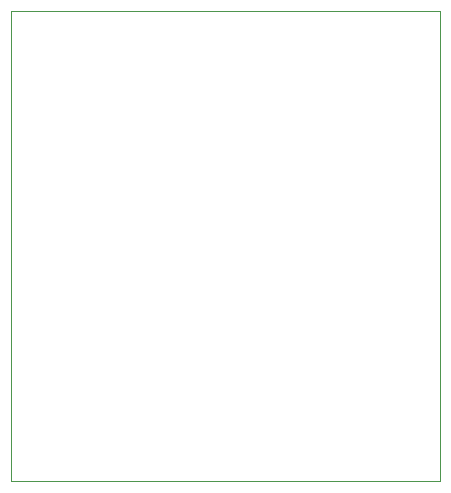
<source format=gbr>
%TF.GenerationSoftware,KiCad,Pcbnew,5.1.7*%
%TF.CreationDate,2020-10-29T20:50:23-04:00*%
%TF.ProjectId,zero_resistance_ammeter,7a65726f-5f72-4657-9369-7374616e6365,rev?*%
%TF.SameCoordinates,PX903e450PY3a5d680*%
%TF.FileFunction,Profile,NP*%
%FSLAX46Y46*%
G04 Gerber Fmt 4.6, Leading zero omitted, Abs format (unit mm)*
G04 Created by KiCad (PCBNEW 5.1.7) date 2020-10-29 20:50:23*
%MOMM*%
%LPD*%
G01*
G04 APERTURE LIST*
%TA.AperFunction,Profile*%
%ADD10C,0.050000*%
%TD*%
G04 APERTURE END LIST*
D10*
X-36300000Y-39750000D02*
X-36300000Y0D01*
X0Y-39750000D02*
X-36300000Y-39750000D01*
X0Y0D02*
X0Y-39750000D01*
X-36300000Y0D02*
X0Y0D01*
M02*

</source>
